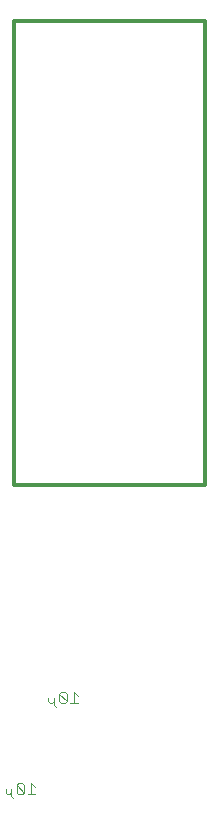
<source format=gbo>
G75*
%MOIN*%
%OFA0B0*%
%FSLAX24Y24*%
%IPPOS*%
%LPD*%
%AMOC8*
5,1,8,0,0,1.08239X$1,22.5*
%
%ADD10C,0.0120*%
%ADD11C,0.0030*%
D10*
X052191Y014848D02*
X052191Y030296D01*
X058569Y030296D01*
X058569Y014848D01*
X052191Y014848D01*
D11*
X051918Y004711D02*
X051918Y004587D01*
X051980Y004525D01*
X052041Y004525D01*
X052103Y004587D01*
X052103Y004464D01*
X052165Y004402D01*
X052103Y004587D02*
X052103Y004711D01*
X052286Y004834D02*
X052533Y004587D01*
X052471Y004525D01*
X052348Y004525D01*
X052286Y004587D01*
X052286Y004834D01*
X052348Y004896D01*
X052471Y004896D01*
X052533Y004834D01*
X052533Y004587D01*
X052654Y004525D02*
X052901Y004525D01*
X052778Y004525D02*
X052778Y004896D01*
X052901Y004772D01*
X053585Y007442D02*
X053523Y007504D01*
X053523Y007627D01*
X053461Y007565D01*
X053400Y007565D01*
X053338Y007627D01*
X053338Y007751D01*
X053523Y007751D02*
X053523Y007627D01*
X053706Y007627D02*
X053768Y007565D01*
X053891Y007565D01*
X053953Y007627D01*
X053706Y007874D01*
X053706Y007627D01*
X053953Y007627D02*
X053953Y007874D01*
X053891Y007936D01*
X053768Y007936D01*
X053706Y007874D01*
X054074Y007565D02*
X054321Y007565D01*
X054198Y007565D02*
X054198Y007936D01*
X054321Y007812D01*
M02*

</source>
